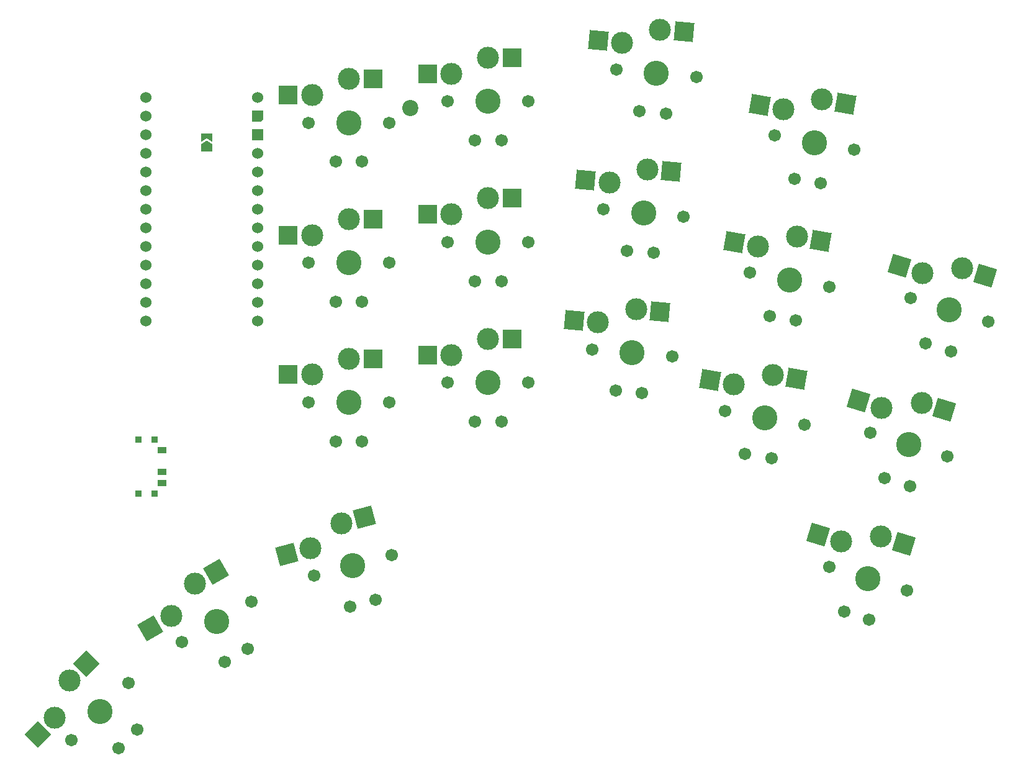
<source format=gbr>
%TF.GenerationSoftware,KiCad,Pcbnew,8.0.0*%
%TF.CreationDate,2024-06-08T15:10:29+02:00*%
%TF.ProjectId,goos-left,676f6f73-2d6c-4656-9674-2e6b69636164,rev?*%
%TF.SameCoordinates,Original*%
%TF.FileFunction,Soldermask,Top*%
%TF.FilePolarity,Negative*%
%FSLAX46Y46*%
G04 Gerber Fmt 4.6, Leading zero omitted, Abs format (unit mm)*
G04 Created by KiCad (PCBNEW 8.0.0) date 2024-06-08 15:10:29*
%MOMM*%
%LPD*%
G01*
G04 APERTURE LIST*
G04 Aperture macros list*
%AMRotRect*
0 Rectangle, with rotation*
0 The origin of the aperture is its center*
0 $1 length*
0 $2 width*
0 $3 Rotation angle, in degrees counterclockwise*
0 Add horizontal line*
21,1,$1,$2,0,0,$3*%
%AMOutline5P*
0 Free polygon, 5 corners , with rotation*
0 The origin of the aperture is its center*
0 number of corners: always 5*
0 $1 to $10 corner X, Y*
0 $11 Rotation angle, in degrees counterclockwise*
0 create outline with 5 corners*
4,1,5,$1,$2,$3,$4,$5,$6,$7,$8,$9,$10,$1,$2,$11*%
%AMOutline6P*
0 Free polygon, 6 corners , with rotation*
0 The origin of the aperture is its center*
0 number of corners: always 6*
0 $1 to $12 corner X, Y*
0 $13 Rotation angle, in degrees counterclockwise*
0 create outline with 6 corners*
4,1,6,$1,$2,$3,$4,$5,$6,$7,$8,$9,$10,$11,$12,$1,$2,$13*%
%AMOutline7P*
0 Free polygon, 7 corners , with rotation*
0 The origin of the aperture is its center*
0 number of corners: always 7*
0 $1 to $14 corner X, Y*
0 $15 Rotation angle, in degrees counterclockwise*
0 create outline with 7 corners*
4,1,7,$1,$2,$3,$4,$5,$6,$7,$8,$9,$10,$11,$12,$13,$14,$1,$2,$15*%
%AMOutline8P*
0 Free polygon, 8 corners , with rotation*
0 The origin of the aperture is its center*
0 number of corners: always 8*
0 $1 to $16 corner X, Y*
0 $17 Rotation angle, in degrees counterclockwise*
0 create outline with 8 corners*
4,1,8,$1,$2,$3,$4,$5,$6,$7,$8,$9,$10,$11,$12,$13,$14,$15,$16,$1,$2,$17*%
%AMFreePoly0*
4,1,6,1.000000,0.000000,0.500000,-0.750000,-0.500000,-0.750000,-0.500000,0.750000,0.500000,0.750000,1.000000,0.000000,1.000000,0.000000,$1*%
%AMFreePoly1*
4,1,6,0.500000,-0.750000,-0.650000,-0.750000,-0.150000,0.000000,-0.650000,0.750000,0.500000,0.750000,0.500000,-0.750000,0.500000,-0.750000,$1*%
G04 Aperture macros list end*
%ADD10R,0.900000X0.900000*%
%ADD11R,1.250000X0.900000*%
%ADD12C,1.701800*%
%ADD13C,3.000000*%
%ADD14C,3.429000*%
%ADD15R,2.600000X2.600000*%
%ADD16RotRect,2.600000X2.600000X15.000000*%
%ADD17RotRect,2.600000X2.600000X350.000000*%
%ADD18RotRect,2.600000X2.600000X45.000000*%
%ADD19C,1.524000*%
%ADD20Outline5P,-0.762000X0.457200X-0.457200X0.762000X0.762000X0.762000X0.762000X-0.762000X-0.762000X-0.762000X180.000000*%
%ADD21R,1.524000X1.524000*%
%ADD22FreePoly0,90.000000*%
%ADD23FreePoly1,90.000000*%
%ADD24C,2.200000*%
%ADD25RotRect,2.600000X2.600000X343.000000*%
%ADD26RotRect,2.600000X2.600000X30.000000*%
%ADD27RotRect,2.600000X2.600000X355.000000*%
G04 APERTURE END LIST*
D10*
%TO.C,S1*%
X73290210Y-106855554D03*
X75490210Y-106855554D03*
X73290210Y-99455554D03*
X75490210Y-99455554D03*
D11*
X76465210Y-100905554D03*
X76465210Y-103905554D03*
X76465210Y-105405554D03*
%TD*%
D12*
%TO.C,S15*%
X96469710Y-75367491D03*
D13*
X96969710Y-71617491D03*
D12*
X100159210Y-80692491D03*
D13*
X101969710Y-69417491D03*
X101969710Y-69417491D03*
D14*
X101969710Y-75367491D03*
D12*
X103780210Y-80692491D03*
X107469710Y-75367491D03*
D15*
X105244710Y-69417491D03*
X93694710Y-71617491D03*
%TD*%
D12*
%TO.C,S17*%
X97187618Y-118059059D03*
D13*
X96700009Y-114307427D03*
D12*
X102129613Y-122247701D03*
D13*
X100960237Y-110888295D03*
X100960237Y-110888295D03*
D14*
X102500210Y-116635554D03*
D12*
X105627230Y-121310517D03*
X107812802Y-115212049D03*
D16*
X104123644Y-110040663D03*
X93536602Y-115155060D03*
%TD*%
D12*
%TO.C,S13*%
X115470710Y-91702804D03*
D13*
X115970710Y-87952804D03*
D12*
X119160210Y-97027804D03*
D13*
X120970710Y-85752804D03*
X120970710Y-85752804D03*
D14*
X120970710Y-91702804D03*
D12*
X122781210Y-97027804D03*
X126470710Y-91702804D03*
D15*
X124245710Y-85752804D03*
X112695710Y-87952804D03*
%TD*%
D12*
%TO.C,S5*%
X160066096Y-58020778D03*
D13*
X161209681Y-54414573D03*
D12*
X162774868Y-63905554D03*
D13*
X166515746Y-53116237D03*
X166515746Y-53116237D03*
D14*
X165482539Y-58975843D03*
D12*
X166340857Y-64534334D03*
X170898982Y-59930908D03*
D17*
X169740991Y-53684935D03*
X157984436Y-53845875D03*
%TD*%
D12*
%TO.C,S19*%
X64161123Y-140424641D03*
D13*
X61863026Y-137419437D03*
D12*
X70535337Y-141581114D03*
D13*
X63842925Y-132328269D03*
X63842925Y-132328269D03*
D14*
X68050210Y-136535554D03*
D12*
X73095770Y-139020681D03*
X71939297Y-132646467D03*
D18*
X66158699Y-130012494D03*
X59547251Y-139735212D03*
%TD*%
D19*
%TO.C,U1*%
X74261710Y-52825554D03*
X74261710Y-55365554D03*
X74261710Y-57905554D03*
X74261710Y-60445554D03*
X74261710Y-62985554D03*
X74261710Y-65525554D03*
X74261710Y-68065554D03*
X74261710Y-70605554D03*
X74261710Y-73145554D03*
X74261710Y-75685554D03*
X74261710Y-78225554D03*
X74261710Y-80765554D03*
X74261710Y-83305554D03*
X89501710Y-52825554D03*
D20*
X89501710Y-55365554D03*
D21*
X89501710Y-57905554D03*
D19*
X89501710Y-60445554D03*
X89501710Y-62985554D03*
X89501710Y-65525554D03*
X89501710Y-68065554D03*
X89501710Y-70605554D03*
X89501710Y-73145554D03*
X89501710Y-75685554D03*
X89501710Y-78225554D03*
X89501710Y-80765554D03*
X89501710Y-83305554D03*
%TD*%
D22*
%TO.C,RST*%
X82550000Y-59690000D03*
D23*
X82550000Y-58240000D03*
%TD*%
D24*
%TO.C,*%
X110335710Y-54250054D03*
%TD*%
D12*
%TO.C,S7*%
X153313767Y-95540489D03*
D13*
X154457352Y-91934284D03*
D12*
X156022539Y-101425265D03*
D13*
X159763417Y-90635948D03*
X159763417Y-90635948D03*
D14*
X158730210Y-96495554D03*
D12*
X159588528Y-102054045D03*
X164146653Y-97450619D03*
D17*
X162988662Y-91204646D03*
X151232107Y-91365586D03*
%TD*%
D12*
%TO.C,S16*%
X96469710Y-94378304D03*
D13*
X96969710Y-90628304D03*
D12*
X100159210Y-99703304D03*
D13*
X101969710Y-88428304D03*
X101969710Y-88428304D03*
D14*
X101969710Y-94378304D03*
D12*
X103780210Y-99703304D03*
X107469710Y-94378304D03*
D15*
X105244710Y-88428304D03*
X93694710Y-90628304D03*
%TD*%
D12*
%TO.C,S2*%
X178620534Y-80207510D03*
D13*
X180195080Y-76767553D03*
D12*
X180591941Y-86378538D03*
D13*
X185619822Y-76125541D03*
X185619822Y-76125541D03*
D14*
X183880210Y-81815554D03*
D12*
X184054720Y-87437216D03*
X189139886Y-83423598D03*
D25*
X188751720Y-77083058D03*
X177063182Y-75810035D03*
%TD*%
D12*
%TO.C,S18*%
X79187509Y-127059219D03*
D13*
X77745522Y-123561624D03*
D12*
X85045210Y-129826054D03*
D13*
X80975649Y-119156368D03*
X80975649Y-119156368D03*
D14*
X83950649Y-124309219D03*
D12*
X88181088Y-128015554D03*
X88713789Y-121559219D03*
D26*
X83811882Y-117518868D03*
X74909289Y-125199124D03*
%TD*%
D12*
%TO.C,S4*%
X167525044Y-116795848D03*
D13*
X169099590Y-113355891D03*
D12*
X169496451Y-122966876D03*
D13*
X174524332Y-112713879D03*
X174524332Y-112713879D03*
D14*
X172784720Y-118403892D03*
D12*
X172959230Y-124025554D03*
X178044396Y-120011936D03*
D25*
X177656230Y-113671396D03*
X165967692Y-112398373D03*
%TD*%
D12*
%TO.C,S11*%
X115470710Y-53370554D03*
D13*
X115970710Y-49620554D03*
D12*
X119160210Y-58695554D03*
D13*
X120970710Y-47420554D03*
X120970710Y-47420554D03*
D14*
X120970710Y-53370554D03*
D12*
X122781210Y-58695554D03*
X126470710Y-53370554D03*
D15*
X124245710Y-47420554D03*
X112695710Y-49620554D03*
%TD*%
D12*
%TO.C,S9*%
X136681139Y-68086197D03*
D13*
X137506071Y-64394045D03*
D12*
X139892495Y-73712495D03*
D13*
X142678787Y-62638196D03*
X142678787Y-62638196D03*
D14*
X142160210Y-68565554D03*
D12*
X143499716Y-74028086D03*
X147639281Y-69044911D03*
D27*
X145941324Y-62923631D03*
X134243533Y-64108610D03*
%TD*%
D12*
%TO.C,S8*%
X138423424Y-49049256D03*
D13*
X139248356Y-45357104D03*
D12*
X141634780Y-54675554D03*
D13*
X144421072Y-43601255D03*
X144421072Y-43601255D03*
D14*
X143902495Y-49528613D03*
D12*
X145242001Y-54991145D03*
X149381566Y-50007970D03*
D27*
X147683609Y-43886690D03*
X135985818Y-45071669D03*
%TD*%
D12*
%TO.C,S10*%
X135131139Y-87176197D03*
D13*
X135956071Y-83484045D03*
D12*
X138342495Y-92802495D03*
D13*
X141128787Y-81728196D03*
X141128787Y-81728196D03*
D14*
X140610210Y-87655554D03*
D12*
X141949716Y-93118086D03*
X146089281Y-88134911D03*
D27*
X144391324Y-82013631D03*
X132693533Y-83198610D03*
%TD*%
D12*
%TO.C,S14*%
X96469710Y-56260554D03*
D13*
X96969710Y-52510554D03*
D12*
X100159210Y-61585554D03*
D13*
X101969710Y-50310554D03*
X101969710Y-50310554D03*
D14*
X101969710Y-56260554D03*
D12*
X103780210Y-61585554D03*
X107469710Y-56260554D03*
D15*
X105244710Y-50310554D03*
X93694710Y-52510554D03*
%TD*%
D12*
%TO.C,S6*%
X156633767Y-76720489D03*
D13*
X157777352Y-73114284D03*
D12*
X159342539Y-82605265D03*
D13*
X163083417Y-71815948D03*
X163083417Y-71815948D03*
D14*
X162050210Y-77675554D03*
D12*
X162908528Y-83234045D03*
X167466653Y-78630619D03*
D17*
X166308662Y-72384646D03*
X154552107Y-72545586D03*
%TD*%
D12*
%TO.C,S12*%
X115470710Y-72526441D03*
D13*
X115970710Y-68776441D03*
D12*
X119160210Y-77851441D03*
D13*
X120970710Y-66576441D03*
X120970710Y-66576441D03*
D14*
X120970710Y-72526441D03*
D12*
X122781210Y-77851441D03*
X126470710Y-72526441D03*
D15*
X124245710Y-66576441D03*
X112695710Y-68776441D03*
%TD*%
D12*
%TO.C,S3*%
X173075044Y-98565848D03*
D13*
X174649590Y-95125891D03*
D12*
X175046451Y-104736876D03*
D13*
X180074332Y-94483879D03*
X180074332Y-94483879D03*
D14*
X178334720Y-100173892D03*
D12*
X178509230Y-105795554D03*
X183594396Y-101781936D03*
D25*
X183206230Y-95441396D03*
X171517692Y-94168373D03*
%TD*%
M02*

</source>
